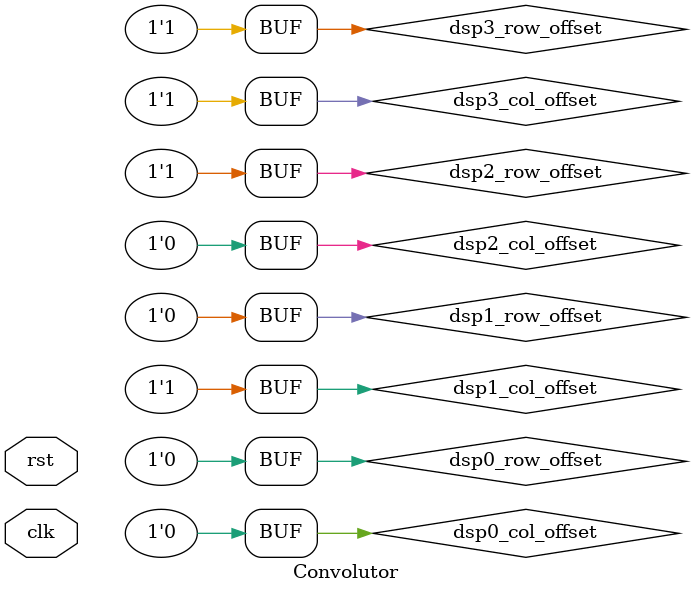
<source format=v>
`timescale 1ns / 1ps
module Convolutor(
	input clk,
	input rst
	);
	
	reg [17:0] image[0:3][0:3][0:2];		// 4x4x3 input image
	reg [17:0] filter[0:2][0:2][0:2];	// 3x3x3 kernel
	wire [47:0] conv00;					// 2x2 convoluted image, idx 0,0
	wire [47:0] conv01;					// 2x2 convoluted image, idx 0,1
	wire [47:0] conv10;					// 2x2 convoluted image, idx 1,0
	wire [47:0] conv11;					// 2x2 convoluted image, idx 1,1

	// row idx, col idx, depth idx of filter
	reg [1:0] frow;
	reg [1:0] fcol;
	reg [1:0] fdep;

	// row idx, col idx, depth idx of image
	reg [1:0] irow;
	reg [1:0] icol;
	reg [1:0] idep;
	
	// !!! hardcoded for 4x4x3 image
	wire dsp0_row_offset = 0;
	wire dsp0_col_offset = 0;
	wire dsp1_row_offset = 0;
	wire dsp1_col_offset = 1;
	wire dsp2_row_offset = 1;
	wire dsp2_col_offset = 0;
	wire dsp3_row_offset = 1;
	wire dsp3_col_offset = 1;

	// will calculate 0,0 of output
	MACC_MACRO #(
		.DEVICE("7SERIES"),
		.LATENCY(1),
		.WIDTH_A(18),
		.WIDTH_B(18),
		.WIDTH_P(48)
	) dsp0 (
		.P(conv00),
		.A(image[dsp0_row_offset+irow][dsp0_col_offset+icol][idep]),
		.ADDSUB(1'b1),
		.B(filter[frow][fcol][fdep]),
		.CARRYIN(1'b0),
		.CE(1'b1),
		.CLK(clk),
		.LOAD(1'b0),
		.LOAD_DATA(48'b0),
		.RST(rst)
	);
	
	// will calculate 0,1 of output
	MACC_MACRO #(
		.DEVICE("7SERIES"),
		.LATENCY(1),
		.WIDTH_A(18),
		.WIDTH_B(18),
		.WIDTH_P(48)
	) dsp1 (
		.P(conv01),
		.A(image[dsp1_row_offset+irow][dsp1_col_offset+icol][idep]),
		.ADDSUB(1'b1),
		.B(filter[frow][fcol][fdep]),
		.CARRYIN(1'b0),
		.CE(1'b1),
		.CLK(clk),
		.LOAD(1'b0),
		.LOAD_DATA(48'b0),
		.RST(rst)
	);

	// will calculate 1,0 of output
	MACC_MACRO #(
		.DEVICE("7SERIES"),
		.LATENCY(1),
		.WIDTH_A(18),
		.WIDTH_B(18),
		.WIDTH_P(48)
	) dsp2 (
		.P(conv10),
		.A(image[dsp2_row_offset+irow][dsp2_col_offset+icol][idep]),
		.ADDSUB(1'b1),
		.B(filter[frow][fcol][fdep]),
		.CARRYIN(1'b0),
		.CE(1'b1),
		.CLK(clk),
		.LOAD(1'b0),
		.LOAD_DATA(48'b0),
		.RST(rst)
	);
	
	// will calculate 1,1 of output
	MACC_MACRO #(
		.DEVICE("7SERIES"),
		.LATENCY(1),
		.WIDTH_A(18),
		.WIDTH_B(18),
		.WIDTH_P(48)
	) dsp3 (
		.P(conv11),
		.A(image[dsp3_row_offset+irow][dsp3_col_offset+icol][idep]),
		.ADDSUB(1'b1),
		.B(filter[frow][fcol][fdep]),
		.CARRYIN(1'b0),
		.CE(1'b1),
		.CLK(clk),
		.LOAD(1'b0),
		.LOAD_DATA(48'b0),
		.RST(rst)
	);
	
	// to ensure first values at posedge clk are 00
	always @ (rst) begin
		if (rst) begin
			frow <= 2'b00;
			irow <= 2'b00;
			
			fcol <= 2'b11;	
			icol <= 2'b11;
			
			fdep <= 2'b10;	
			idep <= 2'b10;
		end
	end
	
	// move the indices of image and filter to iterate over entire image and filter weights
	always @ (posedge clk) begin
	
		if (!rst) begin
		
			// increase dep idx for current row, col pair
			idep <= idep + 2'b1;
			fdep <= fdep + 2'b1;
			
			
			// reached last depth. increase col idx now. reset dep idx to 0
			if (idep==2'b10) begin	// idep and fdep will have same value
			
				icol <= icol + 2'b1;
				fcol <= fcol + 2'b1;
				idep <= 2'b00;
				fdep <= 2'b00;
				
				// reached last col. increase row idx now. reset col idx to 0
				if (icol==2'b10) begin	// icol and fcol will have same value
				
					irow <= irow + 2'b1;
					frow <= frow + 2'b1;
					icol <= 2'b00;
					fcol <= 2'b00;
					
					// reached last row. done with conv
					if (irow==2'b10) begin	// irow and frow will have same value
						irow <= 2'b00;
						frow <= 2'b00;
					end	// last row check
					
				end	// last col check
			
			end	// last dep check
		
		end	// rst check

	end	// always begin


	// manually set values for filter and image. later these should come from memory
	initial begin
		// set values in the 3x3x3 filter (random for now)	
		filter[0][0][0] <= 26;
		filter[0][0][1] <= 25;
		filter[0][0][2] <= 24;
		filter[0][1][0] <= 23;
		filter[0][1][1] <= 22;
		filter[0][1][2] <= 21;
		filter[0][2][0] <= 20;
		filter[0][2][1] <= 19;
		filter[0][2][2] <= 18;
		
		filter[1][0][0] <= 17;
		filter[1][0][1] <= 16;
		filter[1][0][2] <= 15;
		filter[1][1][0] <= 14;
		filter[1][1][1] <= 13;
		filter[1][1][2] <= 12;
		filter[1][2][0] <= 11;
		filter[1][2][1] <= 10;
		filter[1][2][2] <= 9;
		
		filter[2][0][0] <= 8;
		filter[2][0][1] <= 7;
		filter[2][0][2] <= 6;
		filter[2][1][0] <= 5;
		filter[2][1][1] <= 4;
		filter[2][1][2] <= 3;
		filter[2][2][0] <= 2;
		filter[2][2][1] <= 1;
		filter[2][2][2] <= 0;
		
		// set values in the 4x4x3 image (random for now)	
		image[0][0][0] <= 1;
		image[0][0][1] <= 1;
		image[0][0][2] <= 1;
		image[0][1][0] <= 1;
		image[0][1][1] <= 1;
		image[0][1][2] <= 1;
		image[0][2][0] <= 1;
		image[0][2][1] <= 1;
		image[0][2][2] <= 1;
		image[0][3][0] <= 1;
		image[0][3][1] <= 1;
		image[0][3][2] <= 1;

		image[1][0][0] <= 1;
		image[1][0][1] <= 1;
		image[1][0][2] <= 1;
		image[1][1][0] <= 1;
		image[1][1][1] <= 1;
		image[1][1][2] <= 1;
		image[1][2][0] <= 1;
		image[1][2][1] <= 1;
		image[1][2][2] <= 1;
		image[1][3][0] <= 1;
		image[1][3][1] <= 1;
		image[1][3][2] <= 1;

		image[2][0][0] <= 1;
		image[2][0][1] <= 1;
		image[2][0][2] <= 1;
		image[2][1][0] <= 1;
		image[2][1][1] <= 1;
		image[2][1][2] <= 1;
		image[2][2][0] <= 1;
		image[2][2][1] <= 1;
		image[2][2][2] <= 1;
		image[2][3][0] <= 1;
		image[2][3][1] <= 1;
		image[2][3][2] <= 1;

		image[3][0][0] <= 1;
		image[3][0][1] <= 1;
		image[3][0][2] <= 1;
		image[3][1][0] <= 1;
		image[3][1][1] <= 1;
		image[3][1][2] <= 1;
		image[3][2][0] <= 1;
		image[3][2][1] <= 1;
		image[3][2][2] <= 1;
		image[3][3][0] <= 1;
		image[3][3][1] <= 1;
		image[3][3][2] <= 1;
	end	// initial value setting

endmodule

</source>
